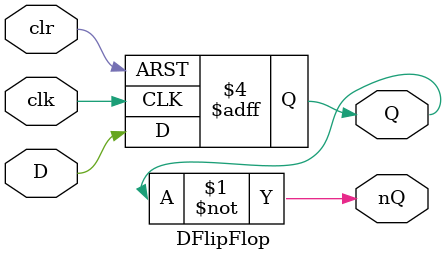
<source format=v>
module DFlipFlop(
	input D, clk, clr,
	output reg Q,
	output nQ
	);
	assign nQ = ~Q;
	always @(posedge clk or negedge clr) begin
		if(!clr)
			Q <= 'b0;
		else
			Q <= D;
	end
endmodule

	

</source>
